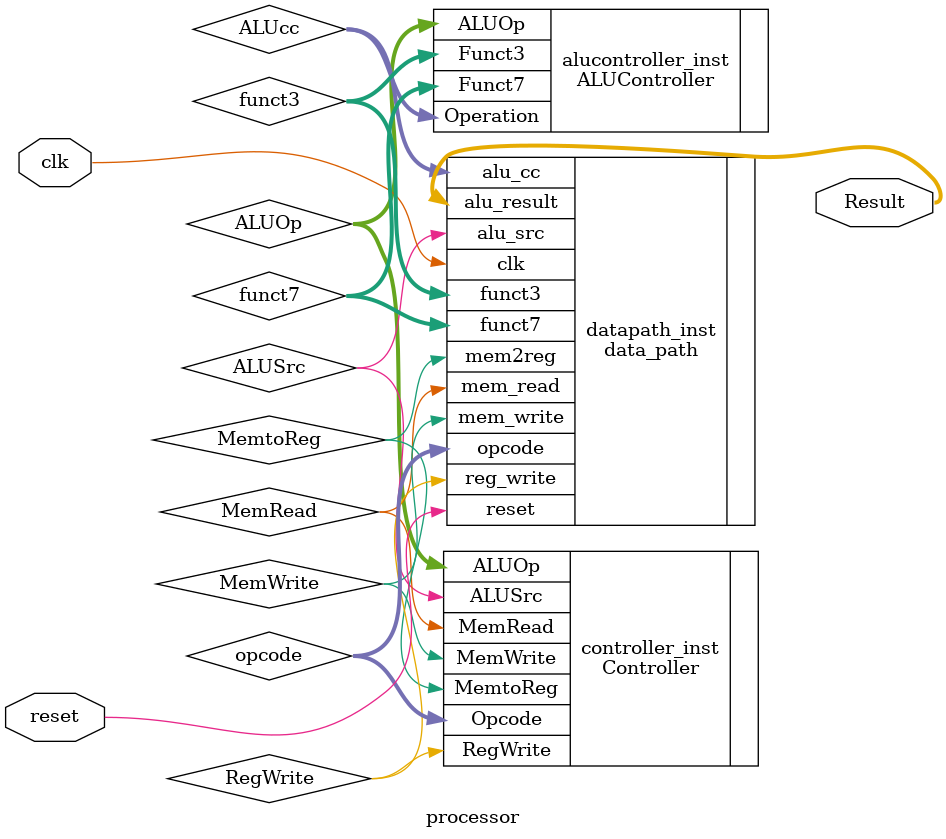
<source format=v>
`timescale 1ns / 1ps

module processor (
    input clk,
    input reset,
    output [31:0] Result
);

// interconnecting sub-modules
wire [6:0] opcode;
wire [6:0] funct7;
wire [2:0] funct3;
wire [1:0] ALUOp;
wire [3:0] ALUcc;
wire ALUSrc, MemtoReg, RegWrite, MemRead, MemWrite;

// Instantiate Datapath
data_path datapath_inst (
    .clk(clk),
    .reset(reset),
    .reg_write(RegWrite),
    .mem2reg(MemtoReg),
    .alu_src(ALUSrc),
    .mem_write(MemWrite),
    .mem_read(MemRead),
    .alu_cc(ALUcc),
    .opcode(opcode),
    .funct7(funct7),
    .funct3(funct3),
    .alu_result(Result)
);

// Instantiate Controller
Controller controller_inst (
    .Opcode(opcode),
    .ALUSrc(ALUSrc),
    .MemtoReg(MemtoReg),
    .RegWrite(RegWrite),
    .MemRead(MemRead),
    .MemWrite(MemWrite),
    .ALUOp(ALUOp)
);

// Instantiate ALUController
ALUController alucontroller_inst (
    .ALUOp(ALUOp),
    .Funct7(funct7),
    .Funct3(funct3),
    .Operation(ALUcc)
);

endmodule

</source>
